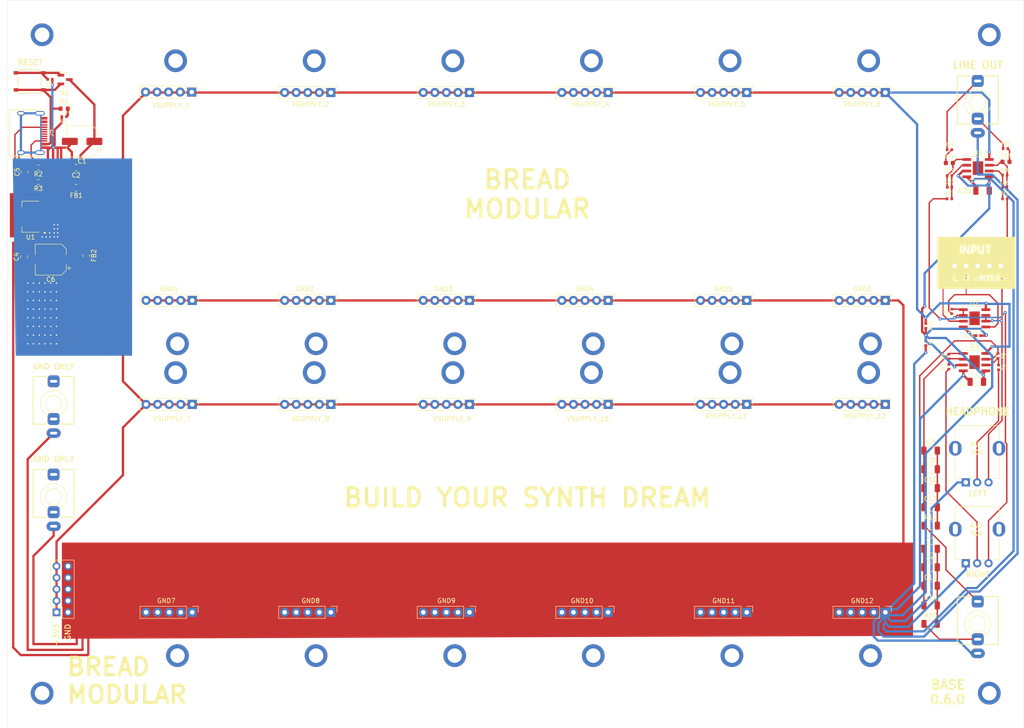
<source format=kicad_pcb>
(kicad_pcb (version 20240108) (generator "pcbnew") (generator_version "8.0")
  (layers (0 "F.Cu" signal) (31 "B.Cu" signal) (34 "B.Paste" user) (35 "F.Paste" user) (36 "B.SilkS" user "B.Silkscreen") (37 "F.SilkS" user "F.Silkscreen") (38 "B.Mask" user) (39 "F.Mask" user) (44 "Edge.Cuts" user))
  (net 0 "")
  (net 1 "GND")
  (net 2 "SWITCHED_5V")
  (net 7 "+3.3V")
  (net 8 "Net-(J5-SHIELD)")
  (net 9 "Net-(D1-K)")
  (net 10 "Net-(U1-VI)")
  (net 11 "Net-(U1-VO)")
  (net 12 "Net-(J5-CC1)")
  (net 13 "Net-(J5-CC2)")
  (net 14 "USB_5V")
  (net 15 "Net-(SW1-A)")
  (net 16 "Net-(C10-Pad2)")
  (net 17 "Net-(C10-Pad1)")
  (net 18 "Net-(C11-Pad2)")
  (net 19 "Net-(C11-Pad1)")
  (net 20 "+2.5V")
  (net 21 "IN_L")
  (net 22 "Net-(INPUT1-Pin_3)")
  (net 23 "IN_R")
  (net 24 "HEAD_OUT_L")
  (net 25 "HEAD_OUT_R")
  (net 26 "BUFF_IN_L")
  (net 27 "Net-(U3B--)")
  (net 28 "Net-(R6-Pad1)")
  (net 29 "Net-(R7-Pad1)")
  (net 30 "Net-(U3A--)")
  (net 31 "BUFF_IN_R")
  (net 32 "Net-(U4B--)")
  (net 33 "Net-(C16-Pad1)")
  (net 34 "Net-(C17-Pad1)")
  (net 35 "Net-(U4A--)")
  (net 36 "Net-(C18-Pad2)")
  (net 37 "Net-(C19-Pad2)")
  (net 38 "LINE_OUT_R")
  (net 39 "LINE_OUT_L")
  (footprint "Resistor_SMD:R_0402_1005Metric" (layer "F.Cu") (at 237.615 61.468 180)
    (property "Reference" "R17")
    (property "Value" "100k")
  )
  (footprint "Resistor_SMD:R_0402_1005Metric" (layer "F.Cu") (at 248.41 98.54 90)
    (property "Reference" "R6")
    (property "Value" "100k")
  )
  (footprint "BreadModular_AudioJacks:Jack_3.5mm_QingPu_WQP-PJ366ST_Vertical" (layer "F.Cu") (at 40.64 127)
    (property "Reference" "J2")
    (property "Value" "Ground")
  )
  (footprint "BreadModular_Pots:Potentiometer_RV09" (layer "F.Cu") (at 243.84 134.62)
    (property "Reference" "RV2")
    (property "Value" "50k")
  )
  (footprint "Capacitor_SMD:C_1206_3216Metric" (layer "F.Cu") (at 233.4875 120.935)
    (property "Reference" "C8")
    (property "Value" "100uf")
  )
  (footprint "Capacitor_SMD:C_1206_3216Metric" (layer "F.Cu") (at 233.475 150.876)
    (property "Reference" "C13")
    (property "Value" "100uf")
  )
  (footprint "Resistor_SMD:R_0402_1005Metric" (layer "F.Cu") (at 237.615 50.673)
    (property "Reference" "R21")
    (property "Value" "1k")
  )
  (footprint "Capacitor_SMD:C_0402_1005Metric" (layer "F.Cu") (at 249.784 58.928 180)
    (property "Reference" "C16")
    (property "Value" "100pf")
  )
  (footprint "Capacitor_SMD:C_0805_2012Metric" (layer "F.Cu") (at 47.8 73.95 -90)
    (property "Reference" "FB2")
    (property "Value" "GZ2012E800TF")
  )
  (footprint "Capacitor_SMD:C_0805_2012Metric" (layer "F.Cu") (at 45.593 59.055 180)
    (property "Reference" "FB1")
    (property "Value" "GZ2012E800TF")
  )
  (footprint "Capacitor_SMD:C_0805_2012Metric" (layer "F.Cu") (at 34.29 55.565 90)
    (property "Reference" "C5")
    (property "Value" "10nf")
  )
  (footprint "BreadModular_MISC:Power_Connector" (layer "F.Cu") (at 101.6 83.82 -90)
    (property "Reference" "GND2")
    (property "Value" "Conn_02x05_Socket")
  )
  (footprint "Package_SO:SOIC-8-1EP_3.9x4.9mm_P1.27mm_EP2.29x3mm" (layer "F.Cu") (at 243.14 97.385)
    (property "Reference" "U3")
    (property "Value" "MCP6002-xSN")
  )
  (footprint "BreadModular_AudioJacks:Jack_3.5mm_QingPu_WQP-PJ366ST_Vertical" (layer "F.Cu") (at 243.84 154.94)
    (property "Reference" "J6")
    (property "Value" "HeadphoneOut")
  )
  (footprint "BreadModular_AudioJacks:Jack_3.5mm_QingPu_WQP-PJ366ST_Vertical" (layer "F.Cu") (at 40.64 106.52)
    (property "Reference" "J4")
    (property "Value" "Ground")
  )
  (footprint "Package_TO_SOT_SMD:SOT-23" (layer "F.Cu") (at 43.15 35.25)
    (property "Reference" "D2")
    (property "Value" "SS8550")
  )
  (footprint "Resistor_SMD:R_0402_1005Metric" (layer "F.Cu") (at 237.615 56.388)
    (property "Reference" "R19")
    (property "Value" "33k")
  )
  (footprint "Resistor_SMD:R_0402_1005Metric" (layer "F.Cu") (at 249.807 61.468)
    (property "Reference" "R16")
    (property "Value" "100k")
  )
  (footprint "BreadModular_MISC:SPST_TS-1187A-B-A-B" (layer "F.Cu") (at 35.35 35.65)
    (property "Reference" "SW1")
    (property "Value" "SW_SPST")
  )
  (footprint "Resistor_SMD:R_0402_1005Metric" (layer "F.Cu") (at 249.807 56.261 180)
    (property "Reference" "R18")
    (property "Value" "33k")
  )
  (footprint "Capacitor_SMD:C_1206_3216Metric" (layer "F.Cu") (at 243.635 101.715)
    (property "Reference" "C14")
    (property "Value" "100uf")
  )
  (footprint "Resistor_SMD:R_0402_1005Metric" (layer "F.Cu") (at 237.49 98.415 90)
    (property "Reference" "R7")
    (property "Value" "100k")
  )
  (footprint "Capacitor_SMD:C_0603_1608Metric" (layer "F.Cu") (at 237.604 53.594 180)
    (property "Reference" "C19")
    (property "Value" "4.7uf")
  )
  (footprint "Resistor_SMD:R_0402_1005Metric" (layer "F.Cu") (at 232.41 93.22 -90)
    (property "Reference" "R15")
    (property "Value" "1k")
  )
  (footprint "Capacitor_SMD:C_1206_3216Metric" (layer "F.Cu") (at 233.475 146.558)
    (property "Reference" "C11")
    (property "Value" "100uf")
  )
  (footprint "BreadModular_MISC:Power_Connector" (layer "F.Cu") (at 101.6 152.4 -90)
    (property "Reference" "GND8")
    (property "Value" "Conn_02x05_Socket")
  )
  (footprint "BreadModular_MISC:Power_Connector" (layer "F.Cu") (at 193.04 38.1 -90)
    (property "Reference" "VSUPPLY_5")
    (property "Value" "Conn_02x05_Socket")
  )
  (footprint "BreadModular_MISC:Power_Connector" (layer "F.Cu") (at 223.52 152.4 -90)
    (property "Reference" "GND12")
    (property "Value" "Conn_02x05_Socket")
  )
  (footprint "Resistor_SMD:R_1206_3216Metric" (layer "F.Cu") (at 233.5 133.35)
    (property "Reference" "R12")
    (property "Value" "10")
  )
  (footprint "Capacitor_SMD:CP_Elec_6.3x7.7" (layer "F.Cu") (at 40 74.85 180)
    (property "Reference" "C6")
    (property "Value" "470uf")
  )
  (footprint "BreadModular_TypeC:HRO-TYPE-C-31-M-12" (layer "F.Cu") (at 30.84 46.99 -90)
    (property "Reference" "J5")
    (property "Value" "USB_C_Receptacle_PowerOnly_6P")
  )
  (footprint "Connector_PinSocket_2.54mm:PinSocket_2x05_P2.54mm_Vertical" (layer "F.Cu") (at 41.275 152.4 180)
    (property "Reference" "5V14")
    (property "Value" "Conn_02x05_Socket")
  )
  (footprint "BreadModular_Pots:Potentiometer_RV09" (layer "F.Cu") (at 243.84 116.84)
    (property "Reference" "RV1")
    (property "Value" "50k")
  )
  (footprint "Capacitor_SMD:C_0402_1005Metric" (layer "F.Cu") (at 243.995 91.555)
    (property "Reference" "C15")
    (property "Value" "0.1uf")
  )
  (footprint "Capacitor_SMD:C_1206_3216Metric" (layer "F.Cu") (at 233.4875 129.286)
    (property "Reference" "C12")
    (property "Value" "100uf")
  )
  (footprint "Capacitor_SMD:C_1206_3216Metric" (layer "F.Cu") (at 233.475 142.494)
    (property "Reference" "C9")
    (property "Value" "100uf")
  )
  (footprint "BreadModular_MISC:Power_Connector" (layer "F.Cu") (at 132.08 38.1 -90)
    (property "Reference" "VSUPPLY_3")
    (property "Value" "Conn_02x05_Socket")
  )
  (footprint "BreadModular_MISC:Power_Connector" (layer "F.Cu") (at 223.52 106.68 -90)
    (property "Reference" "VSUPPLY_12")
    (property "Value" "Conn_02x05_Socket")
  )
  (footprint "BreadModular_MISC:Power_Connector" (layer "F.Cu") (at 71.12 106.68 -90)
    (property "Reference" "VSUPPLY_7")
    (property "Value" "Conn_02x05_Socket")
  )
  (footprint "Resistor_SMD:R_0603_1608Metric" (layer "F.Cu") (at 37.275 54.61 180)
    (property "Reference" "R2")
    (property "Value" "5.1k")
  )
  (footprint "Resistor_SMD:R_0603_1608Metric" (layer "F.Cu") (at 37.275 57.785 180)
    (property "Reference" "R3")
    (property "Value" "5.1k")
  )
  (footprint "BreadModular_MISC:Power_Connector" (layer "F.Cu") (at 71.12 152.4 -90)
    (property "Reference" "GND7")
    (property "Value" "Conn_02x05_Socket")
  )
  (footprint "BreadModular_MISC:Power_Connector" (layer "F.Cu") (at 101.6 106.68 -90)
    (property "Reference" "VSUPPLY_8")
    (property "Value" "Conn_02x05_Socket")
  )
  (footprint "BreadModular_MISC:Power_Connector" (layer "F.Cu") (at 162.56 152.4 -90)
    (property "Reference" "GND10")
    (property "Value" "Conn_02x05_Socket")
  )
  (footprint "Resistor_SMD:R_0402_1005Metric" (layer "F.Cu") (at 232.41 89.41 -90)
    (property "Reference" "R14")
    (property "Value" "1k")
  )
  (footprint "BreadModular_MISC:Power_Connector" (layer "F.Cu") (at 223.52 83.82 -90)
    (property "Reference" "GND6")
    (property "Value" "Conn_02x05_Socket")
  )
  (footprint "BreadModular_MISC:Power_Connector" (layer "F.Cu") (at 132.08 152.4 -90)
    (property "Reference" "GND9")
    (property "Value" "Conn_02x05_Socket")
  )
  (footprint "LED_SMD:LED_0603_1608Metric" (layer "F.Cu") (at 42.9625 41.65 180)
    (property "Reference" "D1")
    (property "Value" "LED")
  )
  (footprint "BreadModular_MISC:Power_Connector" (layer "F.Cu") (at 132.08 83.82 -90)
    (property "Reference" "GND3")
    (property "Value" "Conn_02x05_Socket")
  )
  (footprint "Capacitor_SMD:C_0805_2012Metric" (layer "F.Cu") (at 34.146 74.2 90)
    (property "Reference" "C4")
    (property "Value" "0.1uf")
  )
  (footprint "BreadModular_MISC:Power_Connector" (layer "F.Cu") (at 162.56 106.68 -90)
    (property "Reference" "VSUPPLY_10")
    (property "Value" "Conn_02x05_Socket")
  )
  (footprint "Resistor_SMD:R_0402_1005Metric" (layer "F.Cu") (at 42.94 43.4 180)
    (property "Reference" "R1")
    (property "Value" "1k")
  )
  (footprint "BreadModular_MISC:Power_Connector" (layer "F.Cu") (at 193.04 83.82 -90)
    (property "Reference" "GND5")
    (property "Value" "Conn_02x05_Socket")
  )
  (footprint "Package_SO:SOIC-8-1EP_3.9x4.9mm_P1.27mm_EP2.29x3mm" (layer "F.Cu") (at 243.905 54.725)
    (property "Reference" "U4")
    (property "Value" "MCP6002-xSN")
  )
  (footprint "Resistor_SMD:R_0402_1005Metric" (layer "F.Cu") (at 249.934 50.419)
    (property "Reference" "R20")
    (property "Value" "1k")
  )
  (footprint "BreadModular_MISC:Power_Connector" (layer "F.Cu") (at 162.56 38.1 -90)
    (property "Reference" "VSUPPLY_4")
    (property "Value" "Conn_02x05_Socket")
  )
  (footprint "Resistor_SMD:R_0402_1005Metric" (layer "F.Cu") (at 248.285 96 90)
    (property "Reference" "R8")
    (property "Value" "100k")
  )
  (footprint "BreadModular_MISC:Power_Connector" (layer "F.Cu") (at 71.12 83.82 -90)
    (property "Reference" "GND1")
    (property "Value" "Conn_02x05_Socket")
  )
  (footprint "BreadModular_MISC:Power_Connector" (layer "F.Cu") (at 71 38 -90)
    (property "Reference" "VSUPPLY_1")
    (property "Value" "Conn_01x05_Socket")
  )
  (footprint "BreadModular_MISC:Power_Connector" (layer "F.Cu") (at 162.56 83.82 -90)
    (property "Reference" "GND4")
    (property "Value" "Conn_02x05_Socket")
  )
  (footprint "Capacitor_SMD:C_1206_3216Metric" (layer "F.Cu") (at 233.4875 116.84)
    (property "Reference" "C3")
    (property "Value" "100uf")
  )
  (footprint "Resistor_SMD:R_0402_1005Metric" (layer "F.Cu") (at 39.84 35.2 180)
    (property "Reference" "R4")
    (property "Value" "10k")
  )
  (footprint "Connector_PinSocket_2.54mm:PinSocket_1x05_P2.54mm_Vertical" (layer "F.Cu") (at 238.76 76.2 90)
    (property "Reference" "INPUT1")
    (property "Value" "Conn_01x05_Socket")
  )
  (footprint "Package_SO:SOIC-8-1EP_3.9x4.9mm_P1.27mm_EP2.29x3mm" (layer "F.Cu") (at 243.14 87.745)
    (property "Reference" "U2")
    (property "Value" "MCP6002-xSN")
  )
  (footprint "Capacitor_SMD:C_1206_3216Metric" (layer "F.Cu") (at 233.475 138.43)
    (property "Reference" "C7")
    (property "Value" "100uf")
  )
  (footprint "Package_TO_SOT_SMD:SOT-223" (layer "F.Cu") (at 35.56 65.405 180)
    (property "Reference" "U1")
    (property "Value" "AMS1117-3.3")
  )
  (footprint "BreadModular_MISC:Power_Connector" (layer "F.Cu") (at 223.52 38.1 -90)
    (property "Reference" "VSUPPLY_6")
    (property "Value" "Conn_02x05_Socket")
  )
  (footprint "Resistor_SMD:R_0402_1005Metric" (layer "F.Cu") (at 237.49 96.125 90)
    (property "Reference" "R9")
    (property "Value" "100k")
  )
  (footprint "BreadModular_MISC:Power_Connector" (layer "F.Cu") (at 193.04 152.4 -90)
    (property "Reference" "GND11")
    (property "Value" "Conn_02x05_Socket")
  )
  (footprint "Capacitor_SMD:C_0402_1005Metric" (layer "F.Cu") (at 237.645 58.928)
    (property "Reference" "C17")
    (property "Value" "100pf")
  )
  (footprint "Capacitor_SMD:CP_Elec_6.3x7.7" (layer "F.Cu") (at 46.9 48.85 180)
    (property "Reference" "C1")
    (property "Value" "470uf")
  )
  (footprint "Capacitor_SMD:C_1206_3216Metric" (layer "F.Cu") (at 244.905 59.69)
    (property "Reference" "C20")
    (property "Value" "100uf")
  )
  (footprint "Capacitor_SMD:C_1206_3216Metric" (layer "F.Cu") (at 233.4875 125.095)
    (property "Reference" "C10")
    (property "Value" "100uf")
  )
  (footprint "BreadModular_MISC:Power_Connector" (layer "F.Cu") (at 132.08 106.68 -90)
    (property "Reference" "VSUPPLY_9")
    (property "Value" "Conn_02x05_Socket")
  )
  (footprint "BreadModular_MISC:Power_Connector" (layer "F.Cu") (at 193.04 106.68 -90)
    (property "Reference" "VSUPPLY_11")
    (property "Value" "Conn_02x05_Socket")
  )
  (footprint "Resistor_SMD:R_1206_3216Metric" (layer "F.Cu") (at 233.4875 154.94)
    (property "Reference" "R10")
    (property "Value" "10")
  )
  (footprint "Capacitor_SMD:C_0603_1608Metric" (layer "F.Cu") (at 250.05 53.34)
    (property "Reference" "C18")
    (property "Value" "4.7uf")
  )
  (footprint "BreadModular_AudioJacks:Jack_3.5mm_QingPu_WQP-PJ366ST_Vertical" (layer "F.Cu") (at 243.84 40.48)
    (property "Reference" "J1")
    (property "Value" "LineOut")
  )
  (footprint "Resistor_SMD:R_0402_1005Metric" (layer "F.Cu") (at 238.125 86.235 -90)
    (property "Reference" "R5")
    (property "Value" "1M")
  )
  (footprint "Capacitor_SMD:C_0805_2012Metric" (layer "F.Cu") (at 45.593 54.61 180)
    (property "Reference" "C2")
    (property "Value" "0.1uf")
  )
  (footprint "BreadModular_MISC:Power_Connector" (layer "F.Cu") (at 101.6 38.1 -90)
    (property "Reference" "VSUPPLY_2")
    (property "Value" "Conn_02x05_Socket")
  )
  (gr_poly (pts (xy 37.465 66.675) (xy 41.91 66.675) (xy 41.91 70.485) (xy 37.465 70.485)) (stroke (width 0.2)) (fill solid) (layer "F.Cu") (net 1))
  (gr_poly (pts (xy 31.115 60.325) (xy 34.29 60.325) (xy 34.29 69.85) (xy 31.115 69.85)) (stroke (width 0.2)) (fill solid) (layer "F.Cu"))
  (gr_poly (pts (xy 33.02 78.105) (xy 54.61 78.105) (xy 54.61 95.25) (xy 33.02 95.25)) (stroke (width 0.2)) (fill solid) (layer "F.Cu") (net 1))
  (gr_poly (pts (xy 42.545 158.115) (xy 229.515 157.48) (xy 229.515 137.16) (xy 42.545 137.16)) (stroke (width 0.2)) (fill solid) (layer "F.Cu") (net 1))
  (gr_poly (pts (xy 31.75 52.705) (xy 57.785 52.705) (xy 57.785 95.885) (xy 32.385 95.885)) (stroke (width 0.2)) (fill solid) (layer "B.Cu") (net 1))
  (gr_line (start 248.666 78.867) (end 249.555 78.867) (stroke (width 0.1)) (layer "F.SilkS"))
  (gr_line (start 243.2685 78.867) (end 244.1575 78.867) (stroke (width 0.1)) (layer "F.SilkS"))
  (gr_line (start 254 17.78) (end 254 177.8) (stroke (width 0.05)) (layer "Edge.Cuts"))
  (gr_line (start 30.48 177.8) (end 30.48 17.78) (stroke (width 0.05)) (layer "Edge.Cuts"))
  (gr_line (start 30.48 17.78) (end 254 17.78) (stroke (width 0.05)) (layer "Edge.Cuts"))
  (gr_line (start 30.48 177.8) (end 254 177.8) (stroke (width 0.05)) (layer "Edge.Cuts"))
  (gr_text "GND" (at 44.45 158.75 90) (layer "F.SilkS") (effects (font (size 1.2 1.2) (thickness 0.2) (bold yes)) (justify left bottom)))
  (gr_text "LINE OUT" (at 243.84 33.02 0) (layer "F.SilkS") (effects (font (size 1.6 1.6) (thickness 0.3) (bold yes)) (justify bottom)))
  (gr_text "  INPUT  " (at 243.205 73.66 0) (layer "F.SilkS" knockout) (effects (font (size 1.6 1.6) (thickness 0.3) (bold yes)) (justify bottom)))
  (gr_text "GND ONLY" (at 40.64 119.38 0) (layer "F.SilkS") (effects (font (size 1.2 1.2) (thickness 0.2) (bold yes)) (justify bottom)))
  (gr_text "+3V3" (at 41.91 159.893 90) (layer "F.SilkS") (effects (font (size 1.2 1.2) (thickness 0.2) (bold yes)) (justify left bottom)))
  (gr_text "BREAD\nMODULAR" (at 43.18 172.72 0) (layer "F.SilkS") (effects (font (size 3.8 3.8) (thickness 0.7) (bold yes)) (justify left bottom)))
  (gr_text "R" (at 241.427 79.629 0) (layer "F.SilkS" knockout) (effects (font (size 1.2 1.2) (thickness 0.2) (bold yes)) (justify bottom)))
  (gr_text "GND ONLY" (at 40.64 99.06 0) (layer "F.SilkS") (effects (font (size 1.2 1.2) (thickness 0.2) (bold yes)) (justify bottom)))
  (gr_text "RIGHT" (at 243.84 144.78 0) (layer "F.SilkS") (effects (font (size 1.2 1.2) (thickness 0.2) (bold yes)) (justify bottom)))
  (gr_text "RESET" (at 35.55 32.2 0) (layer "F.SilkS") (effects (font (size 1.2 1.2) (thickness 0.2) (bold yes)) (justify bottom)))
  (gr_text "-MULT-" (at 246.507 79.629 0) (layer "F.SilkS" knockout) (effects (font (size 1.2 1.2) (thickness 0.2) (bold yes)) (justify bottom)))
  (gr_text "BASE\n0.6.0" (at 241.3 172.72 0) (layer "F.SilkS") (effects (font (size 2 2) (thickness 0.4) (bold yes)) (justify right bottom)))
  (gr_text "HEADPHONE" (at 243.84 109.22 0) (layer "F.SilkS") (effects (font (size 1.6 1.6) (thickness 0.3) (bold yes)) (justify bottom)))
  (gr_text "BUILD YOUR SYNTH DREAM" (at 144.78 129.54 0) (layer "F.SilkS") (effects (font (size 4 4) (thickness 0.7) (bold yes)) (justify bottom)))
  (gr_text "LEFT" (at 243.84 127 0) (layer "F.SilkS") (effects (font (size 1.2 1.2) (thickness 0.2) (bold yes)) (justify bottom)))
  (gr_text "L" (at 238.887 79.629 0) (layer "F.SilkS" knockout) (effects (font (size 1.2 1.2) (thickness 0.2) (bold yes)) (justify bottom)))
  (gr_text "BREAD\nMODULAR" (at 144.78 66.04 0) (layer "F.SilkS") (effects (font (size 4 4) (thickness 0.7) (bold yes)) (justify bottom)))
  (via (at 158.89758 99.695) (size 5) (drill 3.2) (layers "F.Cu" "B.Cu") (net 0))
  (via (at 246.38 25.4) (size 5) (drill 3.2) (layers "F.Cu" "B.Cu") (net 0))
  (via (at 219.85758 31.115) (size 5) (drill 3.2) (layers "F.Cu" "B.Cu") (net 0))
  (via (at 158.89758 31.115) (size 5) (drill 3.2) (layers "F.Cu" "B.Cu") (net 0))
  (via (at 219.85758 99.695) (size 5) (drill 3.2) (layers "F.Cu" "B.Cu") (net 0))
  (via (at 97.93758 99.695) (size 5) (drill 3.2) (layers "F.Cu" "B.Cu") (net 0))
  (via (at 128.41758 31.115) (size 5) (drill 3.2) (layers "F.Cu" "B.Cu") (net 0))
  (via (at 97.93758 31.115) (size 5) (drill 3.2) (layers "F.Cu" "B.Cu") (net 0))
  (via (at 67.864908 161.925) (size 5) (drill 3.2) (layers "F.Cu" "B.Cu") (net 0))
  (via (at 189.37758 31.115) (size 5) (drill 3.2) (layers "F.Cu" "B.Cu") (net 0))
  (via (at 159.304908 93.345) (size 5) (drill 3.2) (layers "F.Cu" "B.Cu") (net 0))
  (via (at 220.264908 161.925) (size 5) (drill 3.2) (layers "F.Cu" "B.Cu") (net 0))
  (via (at 128.824908 161.925) (size 5) (drill 3.2) (layers "F.Cu" "B.Cu") (net 0))
  (via (at 128.824908 93.345) (size 5) (drill 3.2) (layers "F.Cu" "B.Cu") (net 0))
  (via (at 246.38 170.18) (size 5) (drill 3.2) (layers "F.Cu" "B.Cu") (net 0))
  (via (at 67.864908 93.345) (size 5) (drill 3.2) (layers "F.Cu" "B.Cu") (net 0))
  (via (at 220.264908 93.345) (size 5) (drill 3.2) (layers "F.Cu" "B.Cu") (net 0))
  (via (at 38.1 25.4) (size 5) (drill 3.2) (layers "F.Cu" "B.Cu") (net 0))
  (via (at 128.41758 99.695) (size 5) (drill 3.2) (layers "F.Cu" "B.Cu") (net 0))
  (via (at 98.344908 161.925) (size 5) (drill 3.2) (layers "F.Cu" "B.Cu") (net 0))
  (via (at 67.45758 99.695) (size 5) (drill 3.2) (layers "F.Cu" "B.Cu") (net 0))
  (via (at 38.1 170.18) (size 5) (drill 3.2) (layers "F.Cu" "B.Cu") (net 0))
  (via (at 189.784908 93.345) (size 5) (drill 3.2) (layers "F.Cu" "B.Cu") (net 0))
  (via (at 67.45758 31.115) (size 5) (drill 3.2) (layers "F.Cu" "B.Cu") (net 0))
  (via (at 159.304908 161.925) (size 5) (drill 3.2) (layers "F.Cu" "B.Cu") (net 0))
  (via (at 98.344908 93.345) (size 5) (drill 3.2) (layers "F.Cu" "B.Cu") (net 0))
  (via (at 189.37758 99.695) (size 5) (drill 3.2) (layers "F.Cu" "B.Cu") (net 0))
  (via (at 189.784908 161.925) (size 5) (drill 3.2) (layers "F.Cu" "B.Cu") (net 0))
  (segment (start 31.75 71.12) (end 31.75 160.147) (width 0.5) (layer "F.Cu") (net 1))
  (segment (start 44 50.567) (end 44.643 51.21) (width 0.5) (layer "F.Cu") (net 1))
  (segment (start 36.957 60.325) (end 36.195 61.087) (width 0.5) (layer "F.Cu") (net 1))
  (segment (start 223.52 83.82) (end 213.36 83.82) (width 0.5) (layer "F.Cu") (net 1))
  (segment (start 240.665 99.29) (end 240.665 100.22) (width 0.5) (layer "F.Cu") (net 1))
  (segment (start 71.12 152.4) (end 60.96 152.4) (width 0.5) (layer "F.Cu") (net 1))
  (segment (start 60.96 152.4) (end 43.815 152.4) (width 0.5) (layer "F.Cu") (net 1))
  (segment (start 220.98 83.82) (end 226.4 83.82) (width 0.5) (layer "F.Cu") (net 1))
  (segment (start 40.85 49.615) (end 40.25 50.215) (width 0.5) (layer "F.Cu") (net 1))
  (segment (start 71.12 152.4) (end 91.44 152.4) (width 0.5) (layer "F.Cu") (net 1))
  (segment (start 36.703 59.563) (end 35.433 60.833) (width 0.5) (layer "F.Cu") (net 1))
  (segment (start 34.295 54.61) (end 34.29 54.615) (width 0.5) (layer "F.Cu") (net 1))
  (segment (start 101.6 152.4) (end 121.92 152.4) (width 0.5) (layer "F.Cu") (net 1))
  (segment (start 36.45 57.785) (end 36.45 54.61) (width 0.5) (layer "F.Cu") (net 1))
  (segment (start 37.338 61.087) (end 39.497 61.087) (width 0.5) (layer "F.Cu") (net 1))
  (segment (start 40.85 46.3) (end 40.85 49.615) (width 0.5) (layer "F.Cu") (net 1))
  (segment (start 36.971 67.705) (end 36.957 67.691) (width 0.5) (layer "F.Cu") (net 1))
  (segment (start 36.957 61.468) (end 37.338 61.087) (width 0.5) (layer "F.Cu") (net 1))
  (segment (start 226.4 83.82) (end 227.5 84.92) (width 0.5) (layer "F.Cu") (net 1))
  (segment (start 45.72 152.4) (end 43.815 152.4) (width 0.5) (layer "F.Cu") (net 1))
  (segment (start 227.5 150.325) (end 225.425 152.4) (width 0.5) (layer "F.Cu") (net 1))
  (segment (start 36.195 61.087) (end 36.195 71.201) (width 0.5) (layer "F.Cu") (net 1))
  (segment (start 39.37 50.723) (end 39.878 50.215) (width 0.5) (layer "F.Cu") (net 1))
  (segment (start 42.43 43.4) (end 42.43 44.72) (width 0.5) (layer "F.Cu") (net 1))
  (segment (start 162.56 152.4) (end 152.4 152.4) (width 0.5) (layer "F.Cu") (net 1))
  (segment (start 232.41 93.73) (end 232.41 95.25) (width 0.5) (layer "F.Cu") (net 1))
  (segment (start 48.133 161.798) (end 48.26 161.671) (width 0.5) (layer "F.Cu") (net 1))
  (segment (start 48.26 161.671) (end 48.26 152.4) (width 0.5) (layer "F.Cu") (net 1))
  (segment (start 223.52 152.4) (end 213.36 152.4) (width 0.5) (layer "F.Cu") (net 1))
  (segment (start 35.746 74.85) (end 34.146 73.25) (width 0.5) (layer "F.Cu") (net 1))
  (segment (start 243.43 58.63) (end 242.5775 57.7775) (width 0.5) (layer "F.Cu") (net 1))
  (segment (start 132.08 83.82) (end 152.4 83.82) (width 0.5) (layer "F.Cu") (net 1))
  (segment (start 34.925 160.655) (end 46.99 160.655) (width 0.5) (layer "F.Cu") (net 1))
  (segment (start 36.45 54.61) (end 34.295 54.61) (width 0.5) (layer "F.Cu") (net 1))
  (segment (start 101.6 83.82) (end 121.92 83.82) (width 0.5) (layer "F.Cu") (net 1))
  (segment (start 41.656 50.215) (end 41.402 50.215) (width 0.5) (layer "F.Cu") (net 1))
  (segment (start 242.5775 57.7775) (end 241.43 56.63) (width 0.5) (layer "F.Cu") (net 1))
  (segment (start 41.402 50.215) (end 40.894 50.215) (width 0.5) (layer "F.Cu") (net 1))
  (segment (start 40.513 50.215) (end 40.25 50.215) (width 0.5) (layer "F.Cu") (net 1))
  (segment (start 71.12 83.82) (end 60.96 83.82) (width 0.5) (layer "F.Cu") (net 1))
  (segment (start 41.402 58.039) (end 39.116 60.325) (width 0.5) (layer "F.Cu") (net 1))
  (segment (start 31.75 160.147) (end 33.401 161.798) (width 0.5) (layer "F.Cu") (net 1))
  (segment (start 36.195 71.201) (end 34.146 73.25) (width 0.5) (layer "F.Cu") (net 1))
  (segment (start 37.3 74.85) (end 35.746 74.85) (width 0.5) (layer "F.Cu") (net 1))
  (segment (start 45.72 159.385) (end 45.72 154.305) (width 0.5) (layer "F.Cu") (net 1))
  (segment (start 34.29 71.12) (end 31.75 71.12) (width 0.5) (layer "F.Cu") (net 1))
  (segment (start 38.735 59.563) (end 36.703 59.563) (width 0.5) (layer "F.Cu") (net 1))
  (segment (start 227.5 84.92) (end 227.5 150.325) (width 0.5) (layer "F.Cu") (net 1))
  (segment (start 40.64 135.5725) (end 36.195 140.0175) (width 0.5) (layer "F.Cu") (net 1))
  (segment (start 193.04 152.4) (end 182.88 152.4) (width 0.5) (layer "F.Cu") (net 1))
  (segment (start 243.515 91.555) (end 242.57 91.555) (width 0.5) (layer "F.Cu") (net 1))
  (segment (start 44.233 50.8) (end 43.648 50.215) (width 0.5) (layer "F.Cu") (net 1))
  (segment (start 35.433 60.833) (end 35.433 69.977) (width 0.5) (layer "F.Cu") (net 1))
  (segment (start 162.56 152.4) (end 182.88 152.4) (width 0.5) (layer "F.Cu") (net 1))
  (segment (start 46.99 160.655) (end 46.99 153.67) (width 0.5) (layer "F.Cu") (net 1))
  (segment (start 39.497 61.087) (end 42.291 58.293) (width 0.5) (layer "F.Cu") (net 1))
  (segment (start 71.12 83.82) (end 91.44 83.82) (width 0.5) (layer "F.Cu") (net 1))
  (segment (start 44.643 54.61) (end 44.643 51.21) (width 0.5) (layer "F.Cu") (net 1))
  (segment (start 44.643 51.21) (end 44.233 50.8) (width 0.5) (layer "F.Cu") (net 1))
  (segment (start 193.04 152.4) (end 213.36 152.4) (width 0.5) (layer "F.Cu") (net 1))
  (segment (start 36.195 159.385) (end 45.72 159.385) (width 0.5) (layer "F.Cu") (net 1))
  (segment (start 132.08 83.82) (end 121.92 83.82) (width 0.5) (layer "F.Cu") (net 1))
  (segment (start 40.6 50.215) (end 40.513 50.215) (width 0.5) (layer "F.Cu") (net 1))
  (segment (start 41.402 50.215) (end 41.529 50.342) (width 0.5) (layer "F.Cu") (net 1))
  (segment (start 40.35 35.2) (end 40.35 36.45) (width 0.5) (layer "F.Cu") (net 1))
  (segment (start 36.45 57.785) (end 39.37 54.865) (width 0.5) (layer "F.Cu") (net 1))
  (segment (start 243.43 59.69) (end 243.43 58.63) (width 0.5) (layer "F.Cu") (net 1))
  (segment (start 193.04 83.82) (end 213.36 83.82) (width 0.5) (layer "F.Cu") (net 1))
  (segment (start 42.291 50.215) (end 41.656 50.215) (width 0.5) (layer "F.Cu") (net 1))
  (segment (start 34.925 118.715) (end 34.925 119.38) (width 0.5) (layer "F.Cu") (net 1))
  (segment (start 41.529 50.342) (end 41.529 58.039) (width 0.5) (layer "F.Cu") (net 1))
  (segment (start 48.26 152.4) (end 43.815 152.4) (width 0.5) (layer "F.Cu") (net 1))
  (segment (start 40.513 50.215) (end 40.513 57.785) (width 0.5) (layer "F.Cu") (net 1))
  (segment (start 40.64 133.48) (end 40.64 135.5725) (width 0.5) (layer "F.Cu") (net 1))
  (segment (start 38.71 67.705) (end 36.971 67.705) (width 0.5) (layer "F.Cu") (net 1))
  (segment (start 43.815 142.24) (end 43.815 152.4) (width 0.5) (layer "F.Cu") (net 1))
  (segment (start 42.291 58.293) (end 42.291 50.215) (width 0.5) (layer "F.Cu") (net 1))
  (segment (start 241.8775 90.8625) (end 240.665 89.65) (width 0.5) (layer "F.Cu") (net 1))
  (segment (start 162.56 83.82) (end 182.88 83.82) (width 0.5) (layer "F.Cu") (net 1))
  (segment (start 35.433 69.977) (end 34.29 71.12) (width 0.5) (layer "F.Cu") (net 1))
  (segment (start 101.6 152.4) (end 91.44 152.4) (width 0.5) (layer "F.Cu") (net 1))
  (segment (start 40.513 57.785) (end 38.735 59.563) (width 0.5) (layer "F.Cu") (net 1))
  (segment (start 40.64 113) (end 34.925 118.715) (width 0.5) (layer "F.Cu") (net 1))
  (segment (start 132.08 152.4) (end 152.4 152.4) (width 0.5) (layer "F.Cu") (net 1))
  (segment (start 40.894 50.215) (end 40.6 50.215) (width 0.5) (layer "F.Cu") (net 1))
  (segment (start 33.401 161.798) (end 48.133 161.798) (width 0.5) (layer "F.Cu") (net 1))
  (segment (start 240.72 100.275) (end 242.16 101.715) (width 0.5) (layer "F.Cu") (net 1))
  (segment (start 240.665 100.22) (end 240.72 100.275) (width 0.5) (layer "F.Cu") (net 1))
  (segment (start 225.425 152.4) (end 223.52 152.4) (width 0.5) (layer "F.Cu") (net 1))
  (segment (start 162.56 83.82) (end 152.4 83.82) (width 0.5) (layer "F.Cu") (net 1))
  (segment (start 42.43 44.72) (end 40.85 46.3) (width 0.5) (layer "F.Cu") (net 1))
  (segment (start 36.957 66.675) (end 36.957 61.468) (width 0.5) (layer "F.Cu") (net 1))
  (segment (start 39.116 60.325) (end 36.957 60.325) (width 0.5) (layer "F.Cu") (net 1))
  (segment (start 132.08 152.4) (end 121.92 152.4) (width 0.5) (layer "F.Cu") (net 1))
  (segment (start 45.72 154.305) (end 43.815 152.4) (width 0.5) (layer "F.Cu") (net 1))
  (segment (start 39.37 54.865) (end 39.37 50.723) (width 0.5) (layer "F.Cu") (net 1))
  (segment (start 101.6 83.82) (end 91.44 83.82) (width 0.5) (layer "F.Cu") (net 1))
  (segment (start 44.2 49.663) (end 44.2 48.85) (width 0.5) (layer "F.Cu") (net 1))
  (segment (start 40.25 50.215) (end 39.878 50.215) (width 0.5) (layer "F.Cu") (net 1))
  (segment (start 43.648 50.215) (end 44.2 49.663) (width 0.5) (layer "F.Cu") (net 1))
  (segment (start 34.925 119.38) (end 34.925 160.655) (width 0.5) (layer "F.Cu") (net 1))
  (segment (start 36.195 140.0175) (end 36.195 159.385) (width 0.5) (layer "F.Cu") (net 1))
  (segment (start 46.99 153.67) (end 45.72 152.4) (width 0.5) (layer "F.Cu") (net 1))
  (segment (start 193.04 83.82) (end 182.88 83.82) (width 0.5) (layer "F.Cu") (net 1))
  (segment (start 39.878 50.215) (end 38.535 50.215) (width 0.5) (layer "F.Cu") (net 1))
  (segment (start 242.57 91.555) (end 241.8775 90.8625) (width 0.5) (layer "F.Cu") (net 1))
  (segment (start 43.648 50.215) (end 40.894 50.215) (width 0.5) (layer "F.Cu") (net 1))
  (segment (start 41.529 58.039) (end 41.402 58.039) (width 0.5) (layer "F.Cu") (net 1))
  (segment (start 36.957 67.691) (end 36.957 66.675) (width 0.5) (layer "F.Cu") (net 1))
  (via (at 40.005 81.915) (size 0.7) (drill 0.3) (layers "F.Cu" "B.Cu") (net 1))
  (via (at 41.275 87.63) (size 0.7) (drill 0.3) (layers "F.Cu" "B.Cu") (net 1))
  (via (at 34.925 91.44) (size 0.7) (drill 0.3) (layers "F.Cu" "B.Cu") (net 1))
  (via (at 40.767 67.183) (size 0.7) (drill 0.3) (layers "F.Cu" "B.Cu") (net 1))
  (via (at 41.529 68.961) (size 0.7) (drill 0.3) (layers "F.Cu" "B.Cu") (net 1))
  (via (at 38.735 91.44) (size 0.7) (drill 0.3) (layers "F.Cu" "B.Cu") (net 1))
  (via (at 34.925 85.725) (size 0.7) (drill 0.3) (layers "F.Cu" "B.Cu") (net 1))
  (via (at 37.465 80.01) (size 0.7) (drill 0.3) (layers "F.Cu" "B.Cu") (net 1))
  (via (at 37.465 93.345) (size 0.7) (drill 0.3) (layers "F.Cu" "B.Cu") (net 1))
  (via (at 36.195 87.63) (size 0.7) (drill 0.3) (layers "F.Cu" "B.Cu") (net 1))
  (via (at 38.989 69.85) (size 0.7) (drill 0.3) (layers "F.Cu" "B.Cu") (net 1))
  (via (at 241.8775 90.8625) (size 0.7) (drill 0.3) (layers "F.Cu" "B.Cu") (net 1))
  (via (at 39.878 69.85) (size 0.7) (drill 0.3) (layers "F.Cu" "B.Cu") (net 1))
  (via (at 40.005 93.345) (size 0.7) (drill 0.3) (layers "F.Cu" "B.Cu") (net 1))
  (via (at 41.275 93.345) (size 0.7) (drill 0.3) (layers "F.Cu" "B.Cu") (net 1))
  (via (at 40.767 68.961) (size 0.7) (drill 0.3) (layers "F.Cu" "B.Cu") (net 1))
  (via (at 38.735 80.01) (size 0.7) (drill 0.3) (layers "F.Cu" "B.Cu") (net 1))
  (via (at 41.529 68.072) (size 0.7) (drill 0.3) (layers "F.Cu" "B.Cu") (net 1))
  (via (at 34.925 93.345) (size 0.7) (drill 0.3) (layers "F.Cu" "B.Cu") (net 1))
  (via (at 40.005 85.725) (size 0.7) (drill 0.3) (layers "F.Cu" "B.Cu") (net 1))
  (via (at 41.275 83.82) (size 0.7) (drill 0.3) (layers "F.Cu" "B.Cu") (net 1))
  (via (at 36.195 91.44) (size 0.7) (drill 0.3) (layers "F.Cu" "B.Cu") (net 1))
  (via (at 36.195 93.345) (size 0.7) (drill 0.3) (layers "F.Cu" "B.Cu") (net 1))
  (via (at 34.925 89.535) (size 0.7) (drill 0.3) (layers "F.Cu" "B.Cu") (net 1))
  (via (at 37.465 85.725) (size 0.7) (drill 0.3) (layers "F.Cu" "B.Cu") (net 1))
  (via (at 40.005 91.44) (size 0.7) (drill 0.3) (layers "F.Cu" "B.Cu") (net 1))
  (via (at 41.275 89.535) (size 0.7) (drill 0.3) (layers "F.Cu" "B.Cu") (net 1))
  (via (at 41.529 69.85) (size 0.7) (drill 0.3) (layers "F.Cu" "B.Cu") (net 1))
  (via (at 38.735 85.725) (size 0.7) (drill 0.3) (layers "F.Cu" "B.Cu") (net 1))
  (via (at 232.41 95.25) (size 0.7) (drill 0.3) (layers "F.Cu" "B.Cu") (net 1))
  (via (at 37.465 83.82) (size 0.7) (drill 0.3) (layers "F.Cu" "B.Cu") (net 1))
  (via (at 40.005 83.82) (size 0.7) (drill 0.3) (layers "F.Cu" "B.Cu") (net 1))
  (via (at 34.925 87.63) (size 0.7) (drill 0.3) (layers "F.Cu" "B.Cu") (net 1))
  (via (at 38.735 87.63) (size 0.7) (drill 0.3) (layers "F.Cu" "B.Cu") (net 1))
  (via (at 37.465 89.535) (size 0.7) (drill 0.3) (layers "F.Cu" "B.Cu") (net 1))
  (via (at 38.735 81.915) (size 0.7) (drill 0.3) (layers "F.Cu" "B.Cu") (net 1))
  (via (at 40.005 87.63) (size 0.7) (drill 0.3) (layers "F.Cu" "B.Cu") (net 1))
  (via (at 37.465 81.915) (size 0.7) (drill 0.3) (layers "F.Cu" "B.Cu") (net 1))
  (via (at 41.275 80.01) (size 0.7) (drill 0.3) (layers "F.Cu" "B.Cu") (net 1))
  (via (at 36.195 81.915) (size 0.7) (drill 0.3) (layers "F.Cu" "B.Cu") (net 1))
  (via (at 41.275 91.44) (size 0.7) (drill 0.3) (layers "F.Cu" "B.Cu") (net 1))
  (via (at 34.925 80.01) (size 0.7) (drill 0.3) (layers "F.Cu" "B.Cu") (net 1))
  (via (at 37.465 91.44) (size 0.7) (drill 0.3) (layers "F.Cu" "B.Cu") (net 1))
  (via (at 41.275 85.725) (size 0.7) (drill 0.3) (layers "F.Cu" "B.Cu") (net 1))
  (via (at 240.72 100.275) (size 0.7) (drill 0.3) (layers "F.Cu" "B.Cu") (net 1))
  (via (at 36.195 83.82) (size 0.7) (drill 0.3) (layers "F.Cu" "B.Cu") (net 1))
  (via (at 36.195 89.535) (size 0.7) (drill 0.3) (layers "F.Cu" "B.Cu") (net 1))
  (via (at 39.751 68.961) (size 0.7) (drill 0.3) (layers "F.Cu" "B.Cu") (net 1))
  (via (at 40.767 69.85) (size 0.7) (drill 0.3) (layers "F.Cu" "B.Cu") (net 1))
  (via (at 40.005 89.535) (size 0.7) (drill 0.3) (layers "F.Cu" "B.Cu") (net 1))
  (via (at 40.005 80.01) (size 0.7) (drill 0.3) (layers "F.Cu" "B.Cu") (net 1))
  (via (at 38.1 69.85) (size 0.7) (drill 0.3) (layers "F.Cu" "B.Cu") (net 1))
  (via (at 40.767 68.072) (size 0.7) (drill 0.3) (layers "F.Cu" "B.Cu") (net 1))
  (via (at 36.195 80.01) (size 0.7) (drill 0.3) (layers "F.Cu" "B.Cu") (net 1))
  (via (at 40.6 50.215) (size 0.7) (drill 0.3) (layers "F.Cu" "B.Cu") (net 1))
  (via (at 40.35 36.45) (size 0.7) (drill 0.3) (layers "F.Cu" "B.Cu") (net 1))
  (via (at 242.5775 57.7775) (size 0.7) (drill 0.3) (layers "F.Cu" "B.Cu") (net 1))
  (via (at 41.529 67.183) (size 0.7) (drill 0.3) (layers "F.Cu" "B.Cu") (net 1))
  (via (at 34.925 81.915) (size 0.7) (drill 0.3) (layers "F.Cu" "B.Cu") (net 1))
  (via (at 38.735 93.345) (size 0.7) (drill 0.3) (layers "F.Cu" "B.Cu") (net 1))
  (via (at 38.735 83.82) (size 0.7) (drill 0.3) (layers "F.Cu" "B.Cu") (net 1))
  (via (at 38.735 89.535) (size 0.7) (drill 0.3) (layers "F.Cu" "B.Cu") (net 1))
  (via (at 37.465 87.63) (size 0.7) (drill 0.3) (layers "F.Cu" "B.Cu") (net 1))
  (via (at 36.195 85.725) (size 0.7) (drill 0.3) (layers "F.Cu" "B.Cu") (net 1))
  (via (at 34.925 83.82) (size 0.7) (drill 0.3) (layers "F.Cu" "B.Cu") (net 1))
  (via (at 41.275 81.915) (size 0.7) (drill 0.3) (layers "F.Cu" "B.Cu") (net 1))
  (segment (start 221.869 158.623) (end 220.98 157.734) (width 0.5) (layer "B.Cu") (net 1))
  (segment (start 232.41 117.475) (end 232.41 147.955) (width 0.5) (layer "B.Cu") (net 1))
  (segment (start 243.84 161.42) (end 242.446 161.42) (width 0.5) (layer "B.Cu") (net 1))
  (segment (start 222.377 153.543) (end 223.52 152.4) (width 0.5) (layer "B.Cu") (net 1))
  (segment (start 228.6 155.575) (end 224.409 155.575) (width 0.5) (layer "B.Cu") (net 1))
  (segment (start 223.139 157.734) (end 221.996 156.591) (width 0.5) (layer "B.Cu") (net 1))
  (segment (start 232.41 147.955) (end 227.33 153.035) (width 0.5) (layer "B.Cu") (net 1))
  (segment (start 232.029 157.734) (end 223.139 157.734) (width 0.5) (layer "B.Cu") (net 1))
  (segment (start 241.213 141.612) (end 241.213 142.962) (width 0.5) (layer "B.Cu") (net 1))
  (segment (start 231.14 146.685) (end 226.06 151.765) (width 0.5) (layer "B.Cu") (net 1))
  (segment (start 231.14 109.855) (end 231.14 146.685) (width 0.5) (layer "B.Cu") (net 1))
  (segment (start 223.52 153.289) (end 223.52 152.4) (width 0.5) (layer "B.Cu") (net 1))
  (segment (start 229.87 97.79) (end 229.87 146.05) (width 0.5) (layer "B.Cu") (net 1))
  (segment (start 223.52 154.94) (end 223.52 152.4) (width 0.5) (layer "B.Cu") (net 1))
  (segment (start 241.213 123.832) (end 239.388 123.832) (width 0.5) (layer "B.Cu") (net 1))
  (segment (start 247.015 102.87) (end 232.41 117.475) (width 0.5) (layer "B.Cu") (net 1))
  (segment (start 221.996 154.813) (end 223.52 153.289) (width 0.5) (layer "B.Cu") (net 1))
  (segment (start 252.603 61.722) (end 252.603 139.446) (width 0.5) (layer "B.Cu") (net 1))
  (segment (start 243.967 56.134) (end 247.015 56.134) (width 0.5) (layer "B.Cu") (net 1))
  (segment (start 226.06 151.765) (end 224.155 151.765) (width 0.5) (layer "B.Cu") (net 1))
  (segment (start 227.33 153.035) (end 224.155 153.035) (width 0.5) (layer "B.Cu") (net 1))
  (segment (start 224.79 154.305) (end 223.52 153.035) (width 0.5) (layer "B.Cu") (net 1))
  (segment (start 232.41 95.25) (end 229.87 97.79) (width 0.5) (layer "B.Cu") (net 1))
  (segment (start 247.015 56.134) (end 252.603 61.722) (width 0.5) (layer "B.Cu") (net 1))
  (segment (start 241.935 147.828) (end 232.029 157.734) (width 0.5) (layer "B.Cu") (net 1))
  (segment (start 221.996 156.591) (end 221.996 154.813) (width 0.5) (layer "B.Cu") (net 1))
  (segment (start 220.98 154.432) (end 222.377 153.035) (width 0.5) (layer "B.Cu") (net 1))
  (segment (start 40.35 49.965) (end 40.6 50.215) (width 0.5) (layer "B.Cu") (net 1))
  (segment (start 224.155 153.035) (end 223.52 152.4) (width 0.5) (layer "B.Cu") (net 1))
  (segment (start 243.586 147.066) (end 241.554 147.066) (width 0.5) (layer "B.Cu") (net 1))
  (segment (start 229.87 146.05) (end 223.52 152.4) (width 0.5) (layer "B.Cu") (net 1))
  (segment (start 243.84 46.96) (end 243.84 56.007) (width 0.5) (layer "B.Cu") (net 1))
  (segment (start 243.243 57.112) (end 246.711371 57.112) (width 0.5) (layer "B.Cu") (net 1))
  (segment (start 240.72 100.275) (end 231.14 109.855) (width 0.5) (layer "B.Cu") (net 1))
  (segment (start 223.139 155.194) (end 223.393 154.94) (width 0.5) (layer "B.Cu") (net 1))
  (segment (start 233.68 148.59) (end 227.965 154.305) (width 0.5) (layer "B.Cu") (net 1))
  (segment (start 242.5775 57.7775) (end 243.243 57.112) (width 0.5) (layer "B.Cu") (net 1))
  (segment (start 244.221 147.828) (end 241.935 147.828) (width 0.5) (layer "B.Cu") (net 1))
  (segment (start 40.35 36.45) (end 40.35 49.965) (width 0.5) (layer "B.Cu") (net 1))
  (segment (start 239.388 123.832) (end 233.68 129.54) (width 0.5) (layer "B.Cu") (net 1))
  (segment (start 239.649 158.623) (end 221.869 158.623) (width 0.5) (layer "B.Cu") (net 1))
  (segment (start 220.98 157.734) (end 220.98 154.432) (width 0.5) (layer "B.Cu") (net 1))
  (segment (start 241.554 147.066) (end 232.029 156.591) (width 0.5) (layer "B.Cu") (net 1))
  (segment (start 242.446 161.42) (end 239.649 158.623) (width 0.5) (layer "B.Cu") (net 1))
  (segment (start 243.84 56.007) (end 243.967 56.134) (width 0.5) (layer "B.Cu") (net 1))
  (segment (start 223.52 153.035) (end 223.52 152.4) (width 0.5) (layer "B.Cu") (net 1))
  (segment (start 246.711371 57.112) (end 251.714 62.114629) (width 0.5) (layer "B.Cu") (net 1))
  (segment (start 224.155 151.765) (end 223.52 152.4) (width 0.5) (layer "B.Cu") (net 1))
  (segment (start 251.714 62.114629) (end 251.714 138.938) (width 0.5) (layer "B.Cu") (net 1))
  (segment (start 233.68 129.54) (end 233.68 148.59) (width 0.5) (layer "B.Cu") (net 1))
  (segment (start 223.774 156.591) (end 223.139 155.956) (width 0.5) (layer "B.Cu") (net 1))
  (segment (start 223.139 155.956) (end 223.139 155.194) (width 0.5) (layer "B.Cu") (net 1))
  (segment (start 223.774 154.94) (end 223.52 154.94) (width 0.5) (layer "B.Cu") (net 1))
  (segment (start 224.409 155.575) (end 223.774 154.94) (width 0.5) (layer "B.Cu") (net 1))
  (segment (start 241.8775 90.8625) (end 247.015 96) (width 0.5) (layer "B.Cu") (net 1))
  (segment (start 223.393 154.94) (end 223.52 154.94) (width 0.5) (layer "B.Cu") (net 1))
  (segment (start 247.015 96) (end 247.015 102.87) (width 0.5) (layer "B.Cu") (net 1))
  (segment (start 241.213 142.962) (end 228.6 155.575) (width 0.5) (layer "B.Cu") (net 1))
  (segment (start 252.603 139.446) (end 244.221 147.828) (width 0.5) (layer "B.Cu") (net 1))
  (segment (start 227.965 154.305) (end 224.79 154.305) (width 0.5) (layer "B.Cu") (net 1))
  (segment (start 222.377 153.035) (end 223.52 153.035) (width 0.5) (layer "B.Cu") (net 1))
  (segment (start 251.714 138.938) (end 243.586 147.066) (width 0.5) (layer "B.Cu") (net 1))
  (segment (start 232.029 156.591) (end 223.774 156.591) (width 0.5) (layer "B.Cu") (net 1))
  (segment (start 46.543 51.907) (end 49.6 48.85) (width 0.5) (layer "F.Cu") (net 2))
  (segment (start 46.543 54.61) (end 46.543 51.907) (width 0.5) (layer "F.Cu") (net 2))
  (segment (start 44.0875 35.25) (end 49.6 40.7625) (width 0.5) (layer "F.Cu") (net 2))
  (segment (start 49.6 40.7625) (end 49.6 48.85) (width 0.5) (layer "F.Cu") (net 2))
  (segment (start 46.543 59.055) (end 46.543 54.61) (width 0.5) (layer "F.Cu") (net 2))
  (segment (start 55.88 65.405) (end 55.88 72) (width 0.5) (layer "F.Cu") (net 7))
  (segment (start 60.96 38.1) (end 55.88 43.18) (width 0.5) (layer "F.Cu") (net 7))
  (segment (start 152.4 38.1) (end 162.56 38.1) (width 0.5) (layer "F.Cu") (net 7))
  (segment (start 213.36 106.68) (end 193.04 106.68) (width 0.5) (layer "F.Cu") (net 7))
  (segment (start 121.92 38.1) (end 132.08 38.1) (width 0.5) (layer "F.Cu") (net 7))
  (segment (start 55.88 76.454) (end 55.88 101.6) (width 0.5) (layer "F.Cu") (net 7))
  (segment (start 152.4 106.68) (end 132.08 106.68) (width 0.5) (layer "F.Cu") (net 7))
  (segment (start 232.41 88.9) (end 232.41 87.63) (width 0.5) (layer "F.Cu") (net 7))
  (segment (start 41.275 136.8425) (end 55.88 122.2375) (width 0.5) (layer "F.Cu") (net 7))
  (segment (start 91.44 38.1) (end 101.6 38.1) (width 0.5) (layer "F.Cu") (net 7))
  (segment (start 34.146 75.15) (end 35.096 76.1) (width 0.5) (layer "F.Cu") (net 7))
  (segment (start 213.36 38.1) (end 223.52 38.1) (width 0.5) (layer "F.Cu") (net 7))
  (segment (start 213.36 38.1) (end 193.04 38.1) (width 0.5) (layer "F.Cu") (net 7))
  (segment (start 121.92 106.68) (end 132.08 106.68) (width 0.5) (layer "F.Cu") (net 7))
  (segment (start 47.8 74.9) (end 55.88 74.9) (width 0.5) (layer "F.Cu") (net 7))
  (segment (start 91.44 106.68) (end 101.6 106.68) (width 0.5) (layer "F.Cu") (net 7))
  (segment (start 42.7 74.85) (end 47.75 74.85) (width 0.5) (layer "F.Cu") (net 7))
  (segment (start 182.88 38.1) (end 162.56 38.1) (width 0.5) (layer "F.Cu") (net 7))
  (segment (start 182.88 106.68) (end 162.56 106.68) (width 0.5) (layer "F.Cu") (net 7))
  (segment (start 182.88 38.1) (end 193.04 38.1) (width 0.5) (layer "F.Cu") (net 7))
  (segment (start 182.88 106.68) (end 193.04 106.68) (width 0.5) (layer "F.Cu") (net 7))
  (segment (start 91.44 106.68) (end 71.12 106.68) (width 0.5) (layer "F.Cu") (net 7))
  (segment (start 121.92 106.68) (end 101.6 106.68) (width 0.5) (layer "F.Cu") (net 7))
  (segment (start 121.92 38.1) (end 101.6 38.1) (width 0.5) (layer "F.Cu") (net 7))
  (segment (start 55.88 101.6) (end 60.96 106.68) (width 0.5) (layer "F.Cu") (net 7))
  (segment (start 213.36 106.68) (end 223.52 106.68) (width 0.5) (layer "F.Cu") (net 7))
  (segment (start 41.275 142.24) (end 41.275 152.4) (width 0.5) (layer "F.Cu") (net 7))
  (segment (start 55.88 111.76) (end 60.96 106.68) (width 0.5) (layer "F.Cu") (net 7))
  (segment (start 245.615 95.38) (end 247.015 93.98) (width 0.5) (layer "F.Cu") (net 7))
  (segment (start 55.88 43.18) (end 55.88 65.405) (width 0.5) (layer "F.Cu") (net 7))
  (segment (start 47.55 75.15) (end 47.8 74.9) (width 0.5) (layer "F.Cu") (net 7))
  (segment (start 246.38 52.82) (end 246.38 51.181) (width 0.5) (layer "F.Cu") (net 7))
  (segment (start 152.4 106.68) (end 162.56 106.68) (width 0.5) (layer "F.Cu") (net 7))
  (segment (start 91.44 38.1) (end 71.12 38.1) (width 0.5) (layer "F.Cu") (net 7))
  (segment (start 41.45 76.1) (end 42.7 74.85) (width 0.5) (layer "F.Cu") (net 7))
  (segment (start 41.275 142.24) (end 41.275 136.8425) (width 0.5) (layer "F.Cu") (net 7))
  (segment (start 245.615 95.48) (end 245.615 95.38) (width 0.5) (layer "F.Cu") (net 7))
  (segment (start 245.615 84.585) (end 245.745 84.455) (width 0.5) (layer "F.Cu") (net 7))
  (segment (start 55.88 72) (end 55.88 76.454) (width 0.5) (layer "F.Cu") (net 7))
  (segment (start 60.96 38.1) (end 71.12 38.1) (width 0.5) (layer "F.Cu") (net 7))
  (segment (start 35.096 76.1) (end 41.45 76.1) (width 0.5) (layer "F.Cu") (net 7))
  (segment (start 60.96 106.68) (end 71.12 106.68) (width 0.5) (layer "F.Cu") (net 7))
  (segment (start 47.75 74.85) (end 47.8 74.9) (width 0.5) (layer "F.Cu") (net 7))
  (segment (start 152.4 38.1) (end 132.08 38.1) (width 0.5) (layer "F.Cu") (net 7))
  (segment (start 245.615 85.84) (end 245.615 84.585) (width 0.5) (layer "F.Cu") (net 7))
  (segment (start 55.88 122.2375) (end 55.88 111.76) (width 0.5) (layer "F.Cu") (net 7))
  (via (at 246.38 51.181) (size 0.7) (drill 0.3) (layers "F.Cu" "B.Cu") (net 7))
  (via (at 247.015 93.98) (size 0.7) (drill 0.3) (layers "F.Cu" "B.Cu") (net 7))
  (via (at 245.745 84.455) (size 0.7) (drill 0.3) (layers "F.Cu" "B.Cu") (net 7))
  (via (at 232.41 87.63) (size 0.7) (drill 0.3) (layers "F.Cu" "B.Cu") (net 7))
  (segment (start 230.505 85.725) (end 232.41 87.63) (width 0.5) (layer "B.Cu") (net 7))
  (segment (start 230.505 45.085) (end 230.505 85.725) (width 0.5) (layer "B.Cu") (net 7))
  (segment (start 244.729 38.1) (end 223.52 38.1) (width 0.5) (layer "B.Cu") (net 7))
  (segment (start 250.825 84.582) (end 245.872 84.582) (width 0.5) (layer "B.Cu") (net 7))
  (segment (start 235.585 84.455) (end 232.41 87.63) (width 0.5) (layer "B.Cu") (net 7))
  (segment (start 246.38 39.751) (end 244.729 38.1) (width 0.5) (layer "B.Cu") (net 7))
  (segment (start 223.52 38.1) (end 230.505 45.085) (width 0.5) (layer "B.Cu") (net 7))
  (segment (start 247.015 93.98) (end 250.825 93.98) (width 0.5) (layer "B.Cu") (net 7))
  (segment (start 250.825 93.98) (end 250.825 84.582) (width 0.5) (layer "B.Cu") (net 7))
  (segment (start 245.872 84.582) (end 245.745 84.455) (width 0.5) (layer "B.Cu") (net 7))
  (segment (start 245.745 84.455) (end 235.585 84.455) (width 0.5) (layer "B.Cu") (net 7))
  (segment (start 246.38 51.181) (end 246.38 39.751) (width 0.5) (layer "B.Cu") (net 7))
  (segment (start 33.02 55.245) (end 33.02 51.73) (width 0.3) (layer "F.Cu") (net 8))
  (segment (start 34.29 56.515) (end 33.02 55.245) (width 0.3) (layer "F.Cu") (net 8))
  (segment (start 33.02 51.73) (end 33.44 51.31) (width 0.3) (layer "F.Cu") (net 8))
  (segment (start 37.815 51.115) (end 37.815 42.865) (width 0.3) (layer "B.Cu") (net 8))
  (segment (start 33.44 51.31) (end 37.62 51.31) (width 0.5) (layer "B.Cu") (net 8))
  (segment (start 33.44 42.67) (end 33.44 51.31) (width 0.5) (layer "B.Cu") (net 8))
  (segment (start 37.815 42.865) (end 37.62 42.67) (width 0.3) (layer "B.Cu") (net 8))
  (segment (start 37.62 51.31) (end 37.815 51.115) (width 0.3) (layer "B.Cu") (net 8))
  (segment (start 33.44 42.67) (end 37.62 42.67) (width 0.5) (layer "B.Cu") (net 8))
  (segment (start 43.75 41.65) (end 43.75 43.1) (width 0.5) (layer "F.Cu") (net 9))
  (segment (start 43.75 43.1) (end 43.45 43.4) (width 0.5) (layer "F.Cu") (net 9))
  (segment (start 40.593 63.105) (end 38.71 63.105) (width 0.5) (layer "F.Cu") (net 10))
  (segment (start 44.643 59.055) (end 40.593 63.105) (width 0.5) (layer "F.Cu") (net 10))
  (segment (start 47.8 73) (end 47.8 71.787183) (width 0.5) (layer "F.Cu") (net 11))
  (segment (start 47.8 71.787183) (end 41.417817 65.405) (width 0.5) (layer "F.Cu") (net 11))
  (segment (start 41.417817 65.405) (end 38.71 65.405) (width 0.5) (layer "F.Cu") (net 11))
  (segment (start 33.762 45.74) (end 38.535 45.74) (width 0.3) (layer "F.Cu") (net 12))
  (segment (start 32.131 47.371) (end 33.762 45.74) (width 0.3) (layer "F.Cu") (net 12))
  (segment (start 32.131 56.627) (end 32.131 47.371) (width 0.3) (layer "F.Cu") (net 12))
  (segment (start 38.1 57.785) (end 37.275 58.61) (width 0.3) (layer "F.Cu") (net 12))
  (segment (start 37.275 58.61) (end 34.114 58.61) (width 0.3) (layer "F.Cu") (net 12))
  (segment (start 34.114 58.61) (end 32.131 56.627) (width 0.3) (layer "F.Cu") (net 12))
  (segment (start 35.687 52.197) (end 35.687 49.657) (width 0.3) (layer "F.Cu") (net 13))
  (segment (start 35.687 49.657) (end 36.604 48.74) (width 0.3) (layer "F.Cu") (net 13))
  (segment (start 36.604 48.74) (end 38.535 48.74) (width 0.3) (layer "F.Cu") (net 13))
  (segment (start 38.1 54.61) (end 35.687 52.197) (width 0.3) (layer "F.Cu") (net 13))
  (segment (start 38.35 37.525) (end 40.8875 37.525) (width 0.5) (layer "F.Cu") (net 14))
  (segment (start 40 39.175) (end 38.35 37.525) (width 0.5) (layer "F.Cu") (net 14))
  (segment (start 40 49.05) (end 40 41.65) (width 0.5) (layer "F.Cu") (net 14))
  (segment (start 38.535 49.44) (end 39.61 49.44) (width 0.5) (layer "F.Cu") (net 14))
  (segment (start 39.61 49.44) (end 40 49.05) (width 0.5) (layer "F.Cu") (net 14))
  (segment (start 40 41.65) (end 40 39.175) (width 0.5) (layer "F.Cu") (net 14))
  (segment (start 38.35 37.525) (end 32.35 37.525) (width 0.5) (layer "F.Cu") (net 14))
  (segment (start 42.175 41.65) (end 40 41.65) (width 0.5) (layer "F.Cu") (net 14))
  (segment (start 40.8875 37.525) (end 42.2125 36.2) (width 0.5) (layer "F.Cu") (net 14))
  (segment (start 38.35 34.22) (end 39.33 35.2) (width 0.5) (layer "F.Cu") (net 15))
  (segment (start 38.35 33.775) (end 38.35 34.22) (width 0.5) (layer "F.Cu") (net 15))
  (segment (start 32.35 33.775) (end 38.35 33.775) (width 0.5) (layer "F.Cu") (net 15))
  (segment (start 38.35 33.775) (end 41.6875 33.775) (width 0.5) (layer "F.Cu") (net 15))
  (segment (start 41.6875 33.775) (end 42.2125 34.3) (width 0.5) (layer "F.Cu") (net 15))
  (segment (start 234.9625 116.84) (end 234.9625 133.35) (width 0.3) (layer "F.Cu") (net 16))
  (segment (start 232.0125 116.84) (end 232.0125 101.0925) (width 0.3) (layer "F.Cu") (net 17))
  (segment (start 240.665 95.48) (end 237.625 95.48) (width 0.3) (layer "F.Cu") (net 17))
  (segment (start 232.0125 101.0925) (end 237.49 95.615) (width 0.3) (layer "F.Cu") (net 17))
  (segment (start 237.625 95.48) (end 237.49 95.615) (width 0.3) (layer "F.Cu") (net 17))
  (segment (start 232.0125 116.84) (end 232.0125 129.286) (width 0.3) (layer "F.Cu") (net 17))
  (segment (start 234.95 138.43) (end 234.95 154.94) (width 0.3) (layer "F.Cu") (net 18))
  (segment (start 247.025 96.75) (end 245.615 96.75) (width 0.3) (layer "F.Cu") (net 19))
  (segment (start 231.0875 137.5175) (end 231.0875 100.3825) (width 0.3) (layer "F.Cu") (net 19))
  (segment (start 248.285 95.49) (end 247.025 96.75) (width 0.3) (layer "F.Cu") (net 19))
  (segment (start 238.76 92.71) (end 246.73495 92.71) (width 0.3) (layer "F.Cu") (net 19))
  (segment (start 232 138.43) (end 231.0875 137.5175) (width 0.3) (layer "F.Cu") (net 19))
  (segment (start 232 138.43) (end 232 150.876) (width 0.3) (layer "F.Cu") (net 19))
  (segment (start 246.73495 92.71) (end 248.285 94.26005) (width 0.3) (layer "F.Cu") (net 19))
  (segment (start 248.285 94.26005) (end 248.285 95.49) (width 0.3) (layer "F.Cu") (net 19))
  (segment (start 231.0875 100.3825) (end 238.76 92.71) (width 0.3) (layer "F.Cu") (net 19))
  (segment (start 245.63 91.555) (end 245.745 91.44) (width 0.5) (layer "F.Cu") (net 20))
  (segment (start 245.11 99.795) (end 245.615 99.29) (width 0.5) (layer "F.Cu") (net 20))
  (segment (start 240.55 55.36) (end 239.522 56.388) (width 0.5) (layer "F.Cu") (net 20))
  (segment (start 232.156 85.09) (end 231.61 85.636) (width 0.5) (layer "F.Cu") (net 20))
  (segment (start 245.11 101.715) (end 245.11 100.33) (width 0.5) (layer "F.Cu") (net 20))
  (segment (start 232.41 91.44) (end 232.41 89.92) (width 0.5) (layer "F.Cu") (net 20))
  (segment (start 232.41 92.71) (end 232.41 91.44) (width 0.5) (layer "F.Cu") (net 20))
  (segment (start 244.475 91.555) (end 245.63 91.555) (width 0.5) (layer "F.Cu") (net 20))
  (segment (start 246.38 57.912) (end 246.38 56.63) (width 0.5) (layer "F.Cu") (net 20))
  (segment (start 231.61 85.636) (end 231.61 90.64) (width 0.5) (layer "F.Cu") (net 20))
  (segment (start 239.165 98.02) (end 238.76 98.425) (width 0.5) (layer "F.Cu") (net 20))
  (segment (start 245.11 100.33) (end 245.11 99.795) (width 0.5) (layer "F.Cu") (net 20))
  (segment (start 231.61 90.64) (end 232.41 91.44) (width 0.5) (layer "F.Cu") (net 20))
  (segment (start 241.43 55.36) (end 240.55 55.36) (width 0.5) (layer "F.Cu") (net 20))
  (segment (start 246.38 59.69) (end 246.38 57.912) (width 0.5) (layer "F.Cu") (net 20))
  (segment (start 240.665 98.02) (end 239.165 98.02) (width 0.5) (layer "F.Cu") (net 20))
  (via (at 246.38 57.912) (size 0.7) (drill 0.3) (layers "F.Cu" "B.Cu") (net 20))
  (via (at 245.11 100.33) (size 0.7) (drill 0.3) (layers "F.Cu" "B.Cu") (net 20))
  (via (at 238.76 98.425) (size 0.7) (drill 0.3) (layers "F.Cu" "B.Cu") (net 20))
  (via (at 245.745 91.44) (size 0.7) (drill 0.3) (layers "F.Cu" "B.Cu") (net 20))
  (via (at 232.41 91.44) (size 0.7) (drill 0.3) (layers "F.Cu" "B.Cu") (net 20))
  (via (at 232.156 85.09) (size 0.7) (drill 0.3) (layers "F.Cu" "B.Cu") (net 20))
  (via (at 239.522 56.388) (size 0.7) (drill 0.3) (layers "F.Cu" "B.Cu") (net 20))
  (segment (start 233.7875 90.0625) (end 232.41 91.44) (width 0.5) (layer "B.Cu") (net 20))
  (segment (start 233.045 92.075) (end 232.41 91.44) (width 0.5) (layer "B.Cu") (net 20))
  (segment (start 245.745 91.44) (end 244.3675 90.0625) (width 0.5) (layer "B.Cu") (net 20))
  (segment (start 233.68 93.345) (end 233.045 93.345) (width 0.5) (layer "B.Cu") (net 20))
  (segment (start 241.7115 58.5775) (end 245.7145 58.5775) (width 0.5) (layer "B.Cu") (net 20))
  (segment (start 245.11 100.33) (end 236.855 92.075) (width 0.5) (layer "B.Cu") (net 20))
  (segment (start 245.7145 58.5775) (end 246.38 57.912) (width 0.5) (layer "B.Cu") (net 20))
  (segment (start 246.38 57.912) (end 246.38 63.627) (width 0.5) (layer "B.Cu") (net 20))
  (segment (start 244.3675 90.0625) (end 233.7875 90.0625) (width 0.5) (layer "B.Cu") (net 20))
  (segment (start 232.41 92.71) (end 232.41 91.44) (width 0.5) (layer "B.Cu") (net 20))
  (segment (start 238.76 98.425) (end 233.68 93.345) (width 0.5) (layer "B.Cu") (net 20))
  (segment (start 233.045 93.345) (end 232.41 92.71) (width 0.5) (layer "B.Cu") (net 20))
  (segment (start 236.855 92.075) (end 233.045 92.075) (width 0.5) (layer "B.Cu") (net 20))
  (segment (start 234.696 75.311) (end 232.156 77.851) (width 0.5) (layer "B.Cu") (net 20))
  (segment (start 232.156 77.851) (end 232.156 85.09) (width 0.5) (layer "B.Cu") (net 20))
  (segment (start 246.38 63.627) (end 234.696 75.311) (width 0.5) (layer "B.Cu") (net 20))
  (segment (start 239.522 56.388) (end 241.7115 58.5775) (width 0.5) (layer "B.Cu") (net 20))
  (segment (start 236.22 78.74) (end 236.22 86.995) (width 0.2) (layer "F.Cu") (net 21))
  (segment (start 236.22 86.995) (end 237.605 88.38) (width 0.3) (layer "F.Cu") (net 21))
  (segment (start 237.605 88.38) (end 240.665 88.38) (width 0.3) (layer "F.Cu") (net 21))
  (segment (start 238.76 76.2) (end 236.22 78.74) (width 0.2) (layer "F.Cu") (net 21))
  (segment (start 243.84 76.2) (end 248.92 76.2) (width 0.3) (layer "F.Cu") (net 22))
  (segment (start 238.125 86.745) (end 237.455 86.075) (width 0.3) (layer "F.Cu") (net 23))
  (segment (start 241.3 76.2) (end 241.3 82.55) (width 0.2) (layer "F.Cu") (net 23))
  (segment (start 237.455 86.075) (end 237.455 83.855) (width 0.3) (layer "F.Cu") (net 23))
  (segment (start 237.455 83.855) (end 238.76 82.55) (width 0.3) (layer "F.Cu") (net 23))
  (segment (start 238.76 82.55) (end 241.3 82.55) (width 0.3) (layer "F.Cu") (net 23))
  (segment (start 241.3 82.55) (end 246.38 82.55) (width 0.3) (layer "F.Cu") (net 23))
  (segment (start 246.38 82.55) (end 248.285 84.455) (width 0.3) (layer "F.Cu") (net 23))
  (segment (start 248.285 84.455) (end 248.285 88.9) (width 0.3) (layer "F.Cu") (net 23))
  (segment (start 247.535 89.65) (end 245.615 89.65) (width 0.3) (layer "F.Cu") (net 23))
  (segment (start 248.285 88.9) (end 247.535 89.65) (width 0.3) (layer "F.Cu") (net 23))
  (segment (start 236.855 143.035) (end 243.84 150.02) (width 0.3) (layer "F.Cu") (net 24))
  (segment (start 232.0375 133.35) (end 236.855 138.1675) (width 0.3) (layer "F.Cu") (net 24))
  (segment (start 236.855 138.1675) (end 236.855 143.035) (width 0.3) (layer "F.Cu") (net 24))
  (segment (start 235.405 158.32) (end 243.84 158.32) (width 0.3) (layer "F.Cu") (net 25))
  (segment (start 232.025 154.94) (end 235.405 158.32) (width 0.3) (layer "F.Cu") (net 25))
  (segment (start 246.213 132.247) (end 246.213 141.612) (width 0.3) (layer "F.Cu") (net 26))
  (segment (start 233.172 62.353) (end 233.172 85.471) (width 0.3) (layer "F.Cu") (net 26))
  (segment (start 240.665 85.84) (end 240.665 87.11) (width 0.3) (layer "F.Cu") (net 26))
  (segment (start 249.874 86.487) (end 249.936 86.549) (width 0.3) (layer "F.Cu") (net 26))
  (segment (start 234.057 61.468) (end 237.105 61.468) (width 0.3) (layer "F.Cu") (net 26))
  (segment (start 240.55 85.725) (end 240.665 85.84) (width 0.3) (layer "F.Cu") (net 26))
  (segment (start 240.665 87.11) (end 239.28 87.11) (width 0.3) (layer "F.Cu") (net 26))
  (segment (start 249.936 115.076695) (end 250.223 115.363695) (width 0.3) (layer "F.Cu") (net 26))
  (segment (start 250.223 115.363695) (end 250.223 128.237) (width 0.3) (layer "F.Cu") (net 26))
  (segment (start 238.125 85.725) (end 240.55 85.725) (width 0.3) (layer "F.Cu") (net 26))
  (segment (start 233.172 85.471) (end 235.585 87.884) (width 0.3) (layer "F.Cu") (net 26))
  (segment (start 239.28 87.11) (end 238.76 87.63) (width 0.3) (layer "F.Cu") (net 26))
  (segment (start 250.223 128.237) (end 246.213 132.247) (width 0.3) (layer "F.Cu") (net 26))
  (segment (start 249.936 86.549) (end 249.936 115.076695) (width 0.3) (layer "F.Cu") (net 26))
  (segment (start 233.172 62.353) (end 234.057 61.468) (width 0.3) (layer "F.Cu") (net 26))
  (via (at 249.874 86.487) (size 0.7) (drill 0.3) (layers "F.Cu" "B.Cu") (net 26))
  (via (at 235.585 87.884) (size 0.7) (drill 0.3) (layers "F.Cu" "B.Cu") (net 26))
  (via (at 238.76 87.63) (size 0.7) (drill 0.3) (layers "F.Cu" "B.Cu") (net 26))
  (segment (start 238.506 87.884) (end 238.76 87.63) (width 0.3) (layer "B.Cu") (net 26))
  (segment (start 238.825 87.565) (end 238.76 87.63) (width 0.3) (layer "B.Cu") (net 26))
  (segment (start 249.874 86.487) (end 248.796 87.565) (width 0.3) (layer "B.Cu") (net 26))
  (segment (start 248.796 87.565) (end 238.825 87.565) (width 0.3) (layer "B.Cu") (net 26))
  (segment (start 235.585 87.884) (end 238.506 87.884) (width 0.3) (layer "B.Cu") (net 26))
  (segment (start 246.775 98.02) (end 245.615 98.02) (width 0.3) (layer "F.Cu") (net 27))
  (segment (start 248.285 96.51) (end 246.775 98.02) (width 0.3) (layer "F.Cu") (net 27))
  (segment (start 248.41 98.03) (end 248.41 96.635) (width 0.3) (layer "F.Cu") (net 27))
  (segment (start 248.41 96.635) (end 248.285 96.51) (width 0.3) (layer "F.Cu") (net 27))
  (segment (start 243.713 114.989894) (end 243.713 123.832) (width 0.3) (layer "F.Cu") (net 28))
  (segment (start 248.41 99.05) (end 248.41 110.292894) (width 0.3) (layer "F.Cu") (net 28))
  (segment (start 248.41 110.292894) (end 243.713 114.989894) (width 0.3) (layer "F.Cu") (net 28))
  (segment (start 236.855 125.73) (end 243.713 132.588) (width 0.3) (layer "F.Cu") (net 29))
  (segment (start 237.49 98.925) (end 236.855 99.56) (width 0.3) (layer "F.Cu") (net 29))
  (segment (start 236.855 99.56) (end 236.855 125.73) (width 0.3) (layer "F.Cu") (net 29))
  (segment (start 243.713 132.588) (end 243.713 141.612) (width 0.3) (layer "F.Cu") (net 29))
  (segment (start 237.49 97.905) (end 237.49 96.635) (width 0.3) (layer "F.Cu") (net 30))
  (segment (start 237.49 96.635) (end 240.55 96.635) (width 0.3) (layer "F.Cu") (net 30))
  (segment (start 240.55 96.635) (end 240.665 96.75) (width 0.3) (layer "F.Cu") (net 30))
  (segment (start 249.047 88.265) (end 249.174 88.138) (width 0.3) (layer "F.Cu") (net 31))
  (segment (start 245.615 87.11) (end 245.615 88.38) (width 0.3) (layer "F.Cu") (net 31))
  (segment (start 246.9 88.38) (end 247.015 88.265) (width 0.3) (layer "F.Cu") (net 31))
  (segment (start 246.213 113.197) (end 246.213 123.832) (width 0.3) (layer "F.Cu") (net 31))
  (segment (start 245.615 88.38) (end 246.9 88.38) (width 0.3) (layer "F.Cu") (net 31))
  (segment (start 249.174 110.236) (end 246.213 113.197) (width 0.3) (layer "F.Cu") (net 31))
  (segment (start 249.174 88.138) (end 249.174 77.643057) (width 0.3) (layer "F.Cu") (net 31))
  (segment (start 249.047 88.265) (end 249.174 88.392) (width 0.3) (layer "F.Cu") (net 31))
  (segment (start 249.174 77.643057) (end 250.317 76.500057) (width 0.3) (layer "F.Cu") (net 31))
  (segment (start 250.317 76.500057) (end 250.317 61.468) (width 0.3) (layer "F.Cu") (net 31))
  (segment (start 249.174 88.392) (end 249.174 110.236) (width 0.3) (layer "F.Cu") (net 31))
  (via (at 247.015 88.265) (size 0.7) (drill 0.3) (layers "F.Cu" "B.Cu") (net 31))
  (via (at 249.047 88.265) (size 0.7) (drill 0.3) (layers "F.Cu" "B.Cu") (net 31))
  (segment (start 247.015 88.265) (end 249.047 88.265) (width 0.3) (layer "B.Cu") (net 31))
  (segment (start 249.304 61.461) (end 249.297 61.468) (width 0.3) (layer "F.Cu") (net 32))
  (segment (start 249.304 58.928) (end 249.304 61.461) (width 0.3) (layer "F.Cu") (net 32))
  (segment (start 248.396 55.36) (end 246.38 55.36) (width 0.3) (layer "F.Cu") (net 32))
  (segment (start 249.304 58.928) (end 249.304 56.268) (width 0.3) (layer "F.Cu") (net 32))
  (segment (start 249.297 56.261) (end 248.396 55.36) (width 0.3) (layer "F.Cu") (net 32))
  (segment (start 249.304 56.268) (end 249.297 56.261) (width 0.3) (layer "F.Cu") (net 32))
  (segment (start 250.264 58.928) (end 250.264 56.314) (width 0.3) (layer "F.Cu") (net 33))
  (segment (start 248.92 53.34) (end 248.17 54.09) (width 0.3) (layer "F.Cu") (net 33))
  (segment (start 249.275 53.34) (end 248.92 53.34) (width 0.3) (layer "F.Cu") (net 33))
  (segment (start 248.17 54.09) (end 246.38 54.09) (width 0.3) (layer "F.Cu") (net 33))
  (segment (start 250.317 54.382) (end 249.275 53.34) (width 0.3) (layer "F.Cu") (net 33))
  (segment (start 250.317 56.261) (end 250.317 54.382) (width 0.3) (layer "F.Cu") (net 33))
  (segment (start 250.264 56.314) (end 250.317 56.261) (width 0.3) (layer "F.Cu") (net 33))
  (segment (start 237.105 58.868) (end 237.165 58.928) (width 0.3) (layer "F.Cu") (net 34))
  (segment (start 238.379 53.594) (end 238.379 55.114) (width 0.3) (layer "F.Cu") (net 34))
  (segment (start 238.379 53.594) (end 239.153 52.82) (width 0.3) (layer "F.Cu") (net 34))
  (segment (start 239.153 52.82) (end 241.43 52.82) (width 0.3) (layer "F.Cu") (net 34))
  (segment (start 237.105 56.388) (end 237.105 58.868) (width 0.3) (layer "F.Cu") (net 34))
  (segment (start 238.379 55.114) (end 237.105 56.388) (width 0.3) (layer "F.Cu") (net 34))
  (segment (start 241.43 54.09) (end 240.423 54.09) (width 0.3) (layer "F.Cu") (net 35))
  (segment (start 240.423 54.09) (end 238.125 56.388) (width 0.3) (layer "F.Cu") (net 35))
  (segment (start 238.125 56.388) (end 238.125 58.928) (width 0.3) (layer "F.Cu") (net 35))
  (segment (start 238.125 61.468) (end 238.125 58.928) (width 0.3) (layer "F.Cu") (net 35))
  (segment (start 250.825 50.8) (end 250.444 50.419) (width 0.3) (layer "F.Cu") (net 36))
  (segment (start 250.825 53.34) (end 250.825 50.8) (width 0.3) (layer "F.Cu") (net 36))
  (segment (start 236.829 51.969) (end 238.125 50.673) (width 0.3) (layer "F.Cu") (net 37))
  (segment (start 236.829 53.594) (end 236.829 51.969) (width 0.3) (layer "F.Cu") (net 37))
  (segment (start 249.424 50.419) (end 249.424 49.444) (width 0.3) (layer "F.Cu") (net 38))
  (segment (start 249.424 49.444) (end 243.84 43.86) (width 0.3) (layer "F.Cu") (net 38))
  (segment (start 237.105 42.295) (end 243.84 35.56) (width 0.3) (layer "F.Cu") (net 39))
  (segment (start 237.105 50.673) (end 237.105 42.295) (width 0.3) (layer "F.Cu") (net 39))
  (zone (net 0) (net_name "") (layer "F.SilkS") (connect_pads (clearance 0.5)) (min_thickness 0.25) (fill yes (thermal_gap 0.5) (thermal_bridge_width 0.5))
    (polygon (pts (xy 234.95 69.85) (xy 252.095 69.85) (xy 252.095 81.28) (xy 234.95 81.28)))
  )
)
</source>
